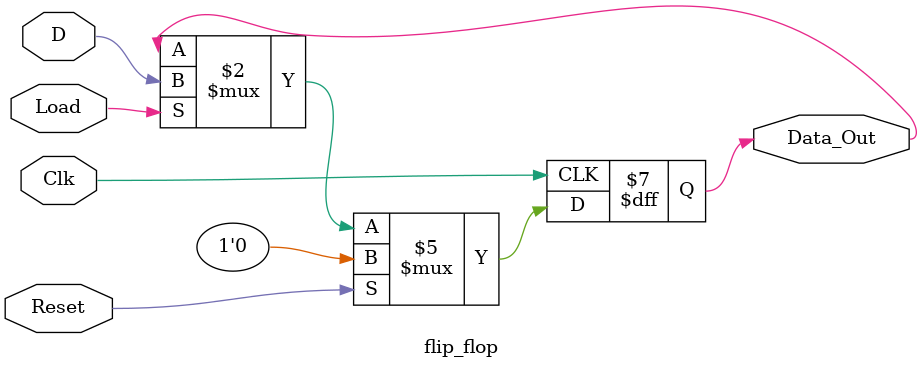
<source format=sv>
module flip_flop (input  logic Clk, Reset, Load,
				  //Shift_In, Shift_En,
              input  logic D,
              //output logic Shift_Out,
              output logic Data_Out);

    always_ff @ (posedge Clk)
    begin
	 	 if (Reset) //notice, this is a sycnrhonous reset, which is recommended on the FPGA
			  Data_Out <= 1'b0;
		 else if (Load)
			  Data_Out <= D;
		 /*else if (Shift_En)
		 begin
			  //concatenate shifted in data to the previous left-most 3 bits
			  //note this works because we are in always_ff procedure block
			  Data_Out <= { Shift_In, Data_Out[15:1] }; 
	    end*/
    end
	
    //assign Shift_Out = Data_Out[0];

endmodule
</source>
